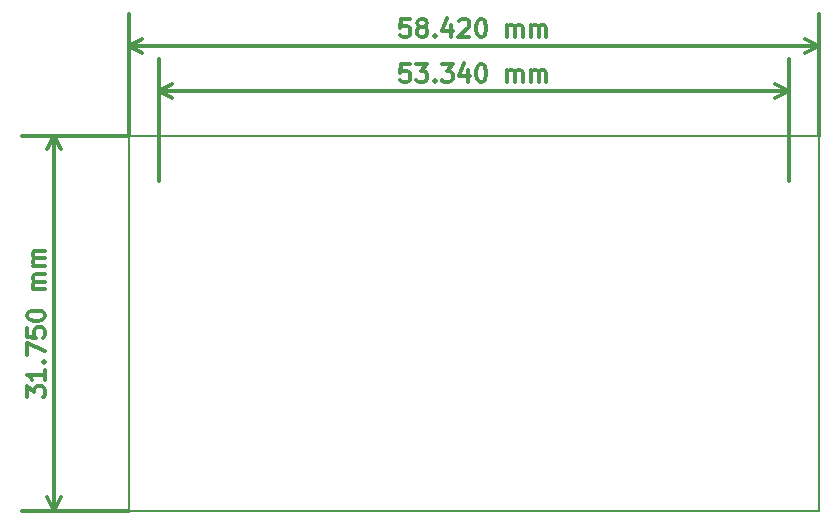
<source format=gbr>
G04 (created by PCBNEW (2013-07-07 BZR 4022)-stable) date 25/06/2014 08:25:45*
%MOIN*%
G04 Gerber Fmt 3.4, Leading zero omitted, Abs format*
%FSLAX34Y34*%
G01*
G70*
G90*
G04 APERTURE LIST*
%ADD10C,0.00393701*%
%ADD11C,0.011811*%
%ADD12C,0.00787402*%
G04 APERTURE END LIST*
G54D10*
G54D11*
X57362Y-19116D02*
X57081Y-19116D01*
X57053Y-19398D01*
X57081Y-19370D01*
X57137Y-19341D01*
X57278Y-19341D01*
X57334Y-19370D01*
X57362Y-19398D01*
X57390Y-19454D01*
X57390Y-19595D01*
X57362Y-19651D01*
X57334Y-19679D01*
X57278Y-19707D01*
X57137Y-19707D01*
X57081Y-19679D01*
X57053Y-19651D01*
X57728Y-19370D02*
X57672Y-19341D01*
X57643Y-19313D01*
X57615Y-19257D01*
X57615Y-19229D01*
X57643Y-19173D01*
X57672Y-19145D01*
X57728Y-19116D01*
X57840Y-19116D01*
X57897Y-19145D01*
X57925Y-19173D01*
X57953Y-19229D01*
X57953Y-19257D01*
X57925Y-19313D01*
X57897Y-19341D01*
X57840Y-19370D01*
X57728Y-19370D01*
X57672Y-19398D01*
X57643Y-19426D01*
X57615Y-19482D01*
X57615Y-19595D01*
X57643Y-19651D01*
X57672Y-19679D01*
X57728Y-19707D01*
X57840Y-19707D01*
X57897Y-19679D01*
X57925Y-19651D01*
X57953Y-19595D01*
X57953Y-19482D01*
X57925Y-19426D01*
X57897Y-19398D01*
X57840Y-19370D01*
X58206Y-19651D02*
X58234Y-19679D01*
X58206Y-19707D01*
X58178Y-19679D01*
X58206Y-19651D01*
X58206Y-19707D01*
X58740Y-19313D02*
X58740Y-19707D01*
X58600Y-19088D02*
X58459Y-19510D01*
X58825Y-19510D01*
X59021Y-19173D02*
X59050Y-19145D01*
X59106Y-19116D01*
X59246Y-19116D01*
X59303Y-19145D01*
X59331Y-19173D01*
X59359Y-19229D01*
X59359Y-19285D01*
X59331Y-19370D01*
X58993Y-19707D01*
X59359Y-19707D01*
X59724Y-19116D02*
X59781Y-19116D01*
X59837Y-19145D01*
X59865Y-19173D01*
X59893Y-19229D01*
X59921Y-19341D01*
X59921Y-19482D01*
X59893Y-19595D01*
X59865Y-19651D01*
X59837Y-19679D01*
X59781Y-19707D01*
X59724Y-19707D01*
X59668Y-19679D01*
X59640Y-19651D01*
X59612Y-19595D01*
X59584Y-19482D01*
X59584Y-19341D01*
X59612Y-19229D01*
X59640Y-19173D01*
X59668Y-19145D01*
X59724Y-19116D01*
X60624Y-19707D02*
X60624Y-19313D01*
X60624Y-19370D02*
X60652Y-19341D01*
X60709Y-19313D01*
X60793Y-19313D01*
X60849Y-19341D01*
X60877Y-19398D01*
X60877Y-19707D01*
X60877Y-19398D02*
X60906Y-19341D01*
X60962Y-19313D01*
X61046Y-19313D01*
X61102Y-19341D01*
X61131Y-19398D01*
X61131Y-19707D01*
X61412Y-19707D02*
X61412Y-19313D01*
X61412Y-19370D02*
X61440Y-19341D01*
X61496Y-19313D01*
X61580Y-19313D01*
X61637Y-19341D01*
X61665Y-19398D01*
X61665Y-19707D01*
X61665Y-19398D02*
X61693Y-19341D01*
X61749Y-19313D01*
X61834Y-19313D01*
X61890Y-19341D01*
X61918Y-19398D01*
X61918Y-19707D01*
X71000Y-20000D02*
X48000Y-20000D01*
X71000Y-23000D02*
X71000Y-18937D01*
X48000Y-23000D02*
X48000Y-18937D01*
X48000Y-20000D02*
X48443Y-19769D01*
X48000Y-20000D02*
X48443Y-20230D01*
X71000Y-20000D02*
X70556Y-19769D01*
X71000Y-20000D02*
X70556Y-20230D01*
G54D12*
X71000Y-35500D02*
X71000Y-23000D01*
X48000Y-35500D02*
X71000Y-35500D01*
X48000Y-23000D02*
X48000Y-35500D01*
G54D11*
X44616Y-31724D02*
X44616Y-31359D01*
X44841Y-31555D01*
X44841Y-31471D01*
X44870Y-31415D01*
X44898Y-31387D01*
X44954Y-31359D01*
X45095Y-31359D01*
X45151Y-31387D01*
X45179Y-31415D01*
X45207Y-31471D01*
X45207Y-31640D01*
X45179Y-31696D01*
X45151Y-31724D01*
X45207Y-30796D02*
X45207Y-31134D01*
X45207Y-30965D02*
X44616Y-30965D01*
X44701Y-31021D01*
X44757Y-31077D01*
X44785Y-31134D01*
X45151Y-30543D02*
X45179Y-30515D01*
X45207Y-30543D01*
X45179Y-30571D01*
X45151Y-30543D01*
X45207Y-30543D01*
X44616Y-30318D02*
X44616Y-29924D01*
X45207Y-30178D01*
X44616Y-29418D02*
X44616Y-29699D01*
X44898Y-29728D01*
X44870Y-29699D01*
X44841Y-29643D01*
X44841Y-29503D01*
X44870Y-29446D01*
X44898Y-29418D01*
X44954Y-29390D01*
X45095Y-29390D01*
X45151Y-29418D01*
X45179Y-29446D01*
X45207Y-29503D01*
X45207Y-29643D01*
X45179Y-29699D01*
X45151Y-29728D01*
X44616Y-29025D02*
X44616Y-28968D01*
X44645Y-28912D01*
X44673Y-28884D01*
X44729Y-28856D01*
X44841Y-28828D01*
X44982Y-28828D01*
X45095Y-28856D01*
X45151Y-28884D01*
X45179Y-28912D01*
X45207Y-28968D01*
X45207Y-29025D01*
X45179Y-29081D01*
X45151Y-29109D01*
X45095Y-29137D01*
X44982Y-29165D01*
X44841Y-29165D01*
X44729Y-29137D01*
X44673Y-29109D01*
X44645Y-29081D01*
X44616Y-29025D01*
X45207Y-28125D02*
X44813Y-28125D01*
X44870Y-28125D02*
X44841Y-28097D01*
X44813Y-28040D01*
X44813Y-27956D01*
X44841Y-27900D01*
X44898Y-27872D01*
X45207Y-27872D01*
X44898Y-27872D02*
X44841Y-27843D01*
X44813Y-27787D01*
X44813Y-27703D01*
X44841Y-27647D01*
X44898Y-27618D01*
X45207Y-27618D01*
X45207Y-27337D02*
X44813Y-27337D01*
X44870Y-27337D02*
X44841Y-27309D01*
X44813Y-27253D01*
X44813Y-27169D01*
X44841Y-27112D01*
X44898Y-27084D01*
X45207Y-27084D01*
X44898Y-27084D02*
X44841Y-27056D01*
X44813Y-27000D01*
X44813Y-26915D01*
X44841Y-26859D01*
X44898Y-26831D01*
X45207Y-26831D01*
X45500Y-35500D02*
X45500Y-23000D01*
X48000Y-35500D02*
X44437Y-35500D01*
X48000Y-23000D02*
X44437Y-23000D01*
X45500Y-23000D02*
X45730Y-23443D01*
X45500Y-23000D02*
X45269Y-23443D01*
X45500Y-35500D02*
X45730Y-35056D01*
X45500Y-35500D02*
X45269Y-35056D01*
G54D12*
X71000Y-35500D02*
X48000Y-35500D01*
X48000Y-23000D02*
X71000Y-23000D01*
G54D11*
X57362Y-20616D02*
X57081Y-20616D01*
X57053Y-20898D01*
X57081Y-20870D01*
X57137Y-20841D01*
X57278Y-20841D01*
X57334Y-20870D01*
X57362Y-20898D01*
X57390Y-20954D01*
X57390Y-21095D01*
X57362Y-21151D01*
X57334Y-21179D01*
X57278Y-21207D01*
X57137Y-21207D01*
X57081Y-21179D01*
X57053Y-21151D01*
X57587Y-20616D02*
X57953Y-20616D01*
X57756Y-20841D01*
X57840Y-20841D01*
X57897Y-20870D01*
X57925Y-20898D01*
X57953Y-20954D01*
X57953Y-21095D01*
X57925Y-21151D01*
X57897Y-21179D01*
X57840Y-21207D01*
X57672Y-21207D01*
X57615Y-21179D01*
X57587Y-21151D01*
X58206Y-21151D02*
X58234Y-21179D01*
X58206Y-21207D01*
X58178Y-21179D01*
X58206Y-21151D01*
X58206Y-21207D01*
X58431Y-20616D02*
X58796Y-20616D01*
X58600Y-20841D01*
X58684Y-20841D01*
X58740Y-20870D01*
X58768Y-20898D01*
X58796Y-20954D01*
X58796Y-21095D01*
X58768Y-21151D01*
X58740Y-21179D01*
X58684Y-21207D01*
X58515Y-21207D01*
X58459Y-21179D01*
X58431Y-21151D01*
X59303Y-20813D02*
X59303Y-21207D01*
X59162Y-20588D02*
X59021Y-21010D01*
X59387Y-21010D01*
X59724Y-20616D02*
X59781Y-20616D01*
X59837Y-20645D01*
X59865Y-20673D01*
X59893Y-20729D01*
X59921Y-20841D01*
X59921Y-20982D01*
X59893Y-21095D01*
X59865Y-21151D01*
X59837Y-21179D01*
X59781Y-21207D01*
X59724Y-21207D01*
X59668Y-21179D01*
X59640Y-21151D01*
X59612Y-21095D01*
X59584Y-20982D01*
X59584Y-20841D01*
X59612Y-20729D01*
X59640Y-20673D01*
X59668Y-20645D01*
X59724Y-20616D01*
X60624Y-21207D02*
X60624Y-20813D01*
X60624Y-20870D02*
X60652Y-20841D01*
X60709Y-20813D01*
X60793Y-20813D01*
X60849Y-20841D01*
X60877Y-20898D01*
X60877Y-21207D01*
X60877Y-20898D02*
X60906Y-20841D01*
X60962Y-20813D01*
X61046Y-20813D01*
X61102Y-20841D01*
X61131Y-20898D01*
X61131Y-21207D01*
X61412Y-21207D02*
X61412Y-20813D01*
X61412Y-20870D02*
X61440Y-20841D01*
X61496Y-20813D01*
X61580Y-20813D01*
X61637Y-20841D01*
X61665Y-20898D01*
X61665Y-21207D01*
X61665Y-20898D02*
X61693Y-20841D01*
X61749Y-20813D01*
X61834Y-20813D01*
X61890Y-20841D01*
X61918Y-20898D01*
X61918Y-21207D01*
X49000Y-21500D02*
X70000Y-21500D01*
X49000Y-24500D02*
X49000Y-20437D01*
X70000Y-24500D02*
X70000Y-20437D01*
X70000Y-21500D02*
X69556Y-21730D01*
X70000Y-21500D02*
X69556Y-21269D01*
X49000Y-21500D02*
X49443Y-21730D01*
X49000Y-21500D02*
X49443Y-21269D01*
M02*

</source>
